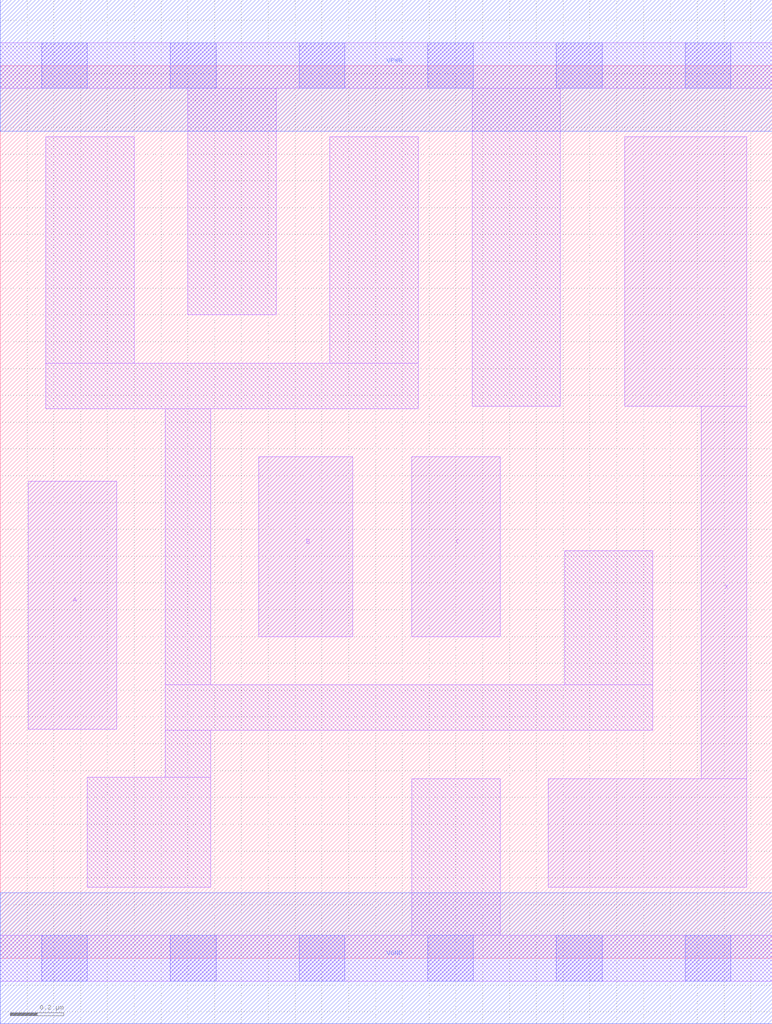
<source format=lef>
# Copyright 2020 The SkyWater PDK Authors
#
# Licensed under the Apache License, Version 2.0 (the "License");
# you may not use this file except in compliance with the License.
# You may obtain a copy of the License at
#
#     https://www.apache.org/licenses/LICENSE-2.0
#
# Unless required by applicable law or agreed to in writing, software
# distributed under the License is distributed on an "AS IS" BASIS,
# WITHOUT WARRANTIES OR CONDITIONS OF ANY KIND, either express or implied.
# See the License for the specific language governing permissions and
# limitations under the License.
#
# SPDX-License-Identifier: Apache-2.0

VERSION 5.7 ;
  NAMESCASESENSITIVE ON ;
  NOWIREEXTENSIONATPIN ON ;
  DIVIDERCHAR "/" ;
  BUSBITCHARS "[]" ;
UNITS
  DATABASE MICRONS 200 ;
END UNITS
MACRO sky130_fd_sc_lp__and3_lp
  CLASS CORE ;
  SOURCE USER ;
  FOREIGN sky130_fd_sc_lp__and3_lp ;
  ORIGIN  0.000000  0.000000 ;
  SIZE  2.880000 BY  3.330000 ;
  SYMMETRY X Y R90 ;
  SITE unit ;
  PIN A
    ANTENNAGATEAREA  0.313000 ;
    DIRECTION INPUT ;
    USE SIGNAL ;
    PORT
      LAYER li1 ;
        RECT 0.105000 0.855000 0.435000 1.780000 ;
    END
  END A
  PIN B
    ANTENNAGATEAREA  0.313000 ;
    DIRECTION INPUT ;
    USE SIGNAL ;
    PORT
      LAYER li1 ;
        RECT 0.965000 1.200000 1.315000 1.870000 ;
    END
  END B
  PIN C
    ANTENNAGATEAREA  0.313000 ;
    DIRECTION INPUT ;
    USE SIGNAL ;
    PORT
      LAYER li1 ;
        RECT 1.535000 1.200000 1.865000 1.870000 ;
    END
  END C
  PIN X
    ANTENNADIFFAREA  0.404700 ;
    DIRECTION OUTPUT ;
    USE SIGNAL ;
    PORT
      LAYER li1 ;
        RECT 2.045000 0.265000 2.785000 0.670000 ;
        RECT 2.330000 2.060000 2.785000 3.065000 ;
        RECT 2.615000 0.670000 2.785000 2.060000 ;
    END
  END X
  PIN VGND
    DIRECTION INOUT ;
    USE GROUND ;
    PORT
      LAYER met1 ;
        RECT 0.000000 -0.245000 2.880000 0.245000 ;
    END
  END VGND
  PIN VPWR
    DIRECTION INOUT ;
    USE POWER ;
    PORT
      LAYER met1 ;
        RECT 0.000000 3.085000 2.880000 3.575000 ;
    END
  END VPWR
  OBS
    LAYER li1 ;
      RECT 0.000000 -0.085000 2.880000 0.085000 ;
      RECT 0.000000  3.245000 2.880000 3.415000 ;
      RECT 0.170000  2.050000 1.560000 2.220000 ;
      RECT 0.170000  2.220000 0.500000 3.065000 ;
      RECT 0.325000  0.265000 0.785000 0.675000 ;
      RECT 0.615000  0.675000 0.785000 0.850000 ;
      RECT 0.615000  0.850000 2.435000 1.020000 ;
      RECT 0.615000  1.020000 0.785000 2.050000 ;
      RECT 0.700000  2.400000 1.030000 3.245000 ;
      RECT 1.230000  2.220000 1.560000 3.065000 ;
      RECT 1.535000  0.085000 1.865000 0.670000 ;
      RECT 1.760000  2.060000 2.090000 3.245000 ;
      RECT 2.105000  1.020000 2.435000 1.520000 ;
    LAYER mcon ;
      RECT 0.155000 -0.085000 0.325000 0.085000 ;
      RECT 0.155000  3.245000 0.325000 3.415000 ;
      RECT 0.635000 -0.085000 0.805000 0.085000 ;
      RECT 0.635000  3.245000 0.805000 3.415000 ;
      RECT 1.115000 -0.085000 1.285000 0.085000 ;
      RECT 1.115000  3.245000 1.285000 3.415000 ;
      RECT 1.595000 -0.085000 1.765000 0.085000 ;
      RECT 1.595000  3.245000 1.765000 3.415000 ;
      RECT 2.075000 -0.085000 2.245000 0.085000 ;
      RECT 2.075000  3.245000 2.245000 3.415000 ;
      RECT 2.555000 -0.085000 2.725000 0.085000 ;
      RECT 2.555000  3.245000 2.725000 3.415000 ;
  END
END sky130_fd_sc_lp__and3_lp

</source>
